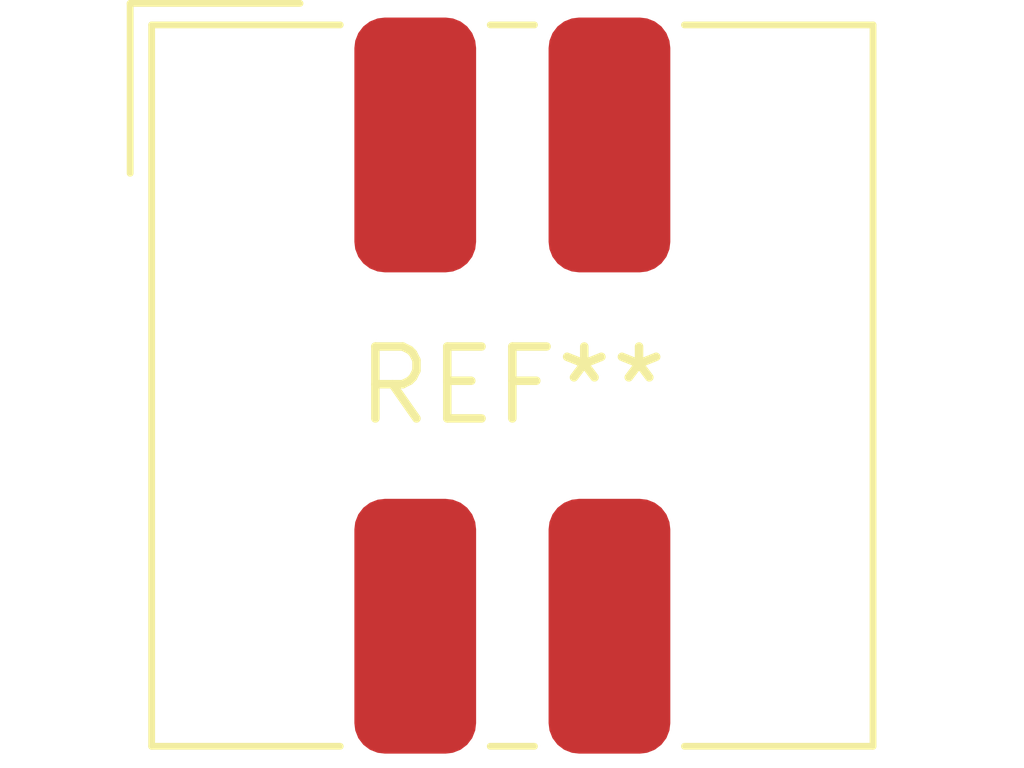
<source format=kicad_pcb>
(kicad_pcb (version 20240108) (generator pcbnew)
  (layers (0 "F.Cu" signal) (31 "B.Cu" signal) (34 "B.Paste" user) (35 "F.Paste" user) (36 "B.SilkS" user "B.Silkscreen") (37 "F.SilkS" user "F.Silkscreen") (38 "B.Mask" user) (39 "F.Mask" user) (44 "Edge.Cuts" user))
  (net 0 "")
  (footprint "L_Bourns_SRF1260" (layer "F.Cu") (at 0 0)
    (property "Reference" "REF**")
    (property "Value" "L_Bourns_SRF1260")
    (fp_line (start -6.75 -6.75) (end -3.75 -6.75) (layer "F.SilkS") (stroke (width 0.12)))
    (fp_line (start -6.75 -3.75) (end -6.75 -6.75) (layer "F.SilkS") (stroke (width 0.12)))
    (fp_line (start -6.37 -6.37) (end -6.37 6.37) (layer "F.SilkS") (stroke (width 0.12)))
    (fp_line (start -6.37 -6.37) (end -3.04 -6.37) (layer "F.SilkS") (stroke (width 0.12)))
    (fp_line (start -6.37 6.37) (end -3.04 6.37) (layer "F.SilkS") (stroke (width 0.12)))
    (fp_line (start -0.39 -6.37) (end 0.39 -6.37) (layer "F.SilkS") (stroke (width 0.12)))
    (fp_line (start -0.39 6.37) (end 0.39 6.37) (layer "F.SilkS") (stroke (width 0.12)))
    (fp_line (start 3.04 -6.37) (end 6.37 -6.37) (layer "F.SilkS") (stroke (width 0.12)))
    (fp_line (start 3.04 6.37) (end 6.37 6.37) (layer "F.SilkS") (stroke (width 0.12)))
    (fp_line (start 6.37 -6.37) (end 6.37 6.37) (layer "F.SilkS") (stroke (width 0.12)))
    (pad "1" smd roundrect (at -1.715 -4.25) (size 2.15 4.5) (layers "F.Cu" "F.Paste" "F.Mask"))
    (pad "2" smd roundrect (at 1.715 -4.25) (size 2.15 4.5) (layers "F.Cu" "F.Paste" "F.Mask"))
    (pad "3" smd roundrect (at 1.715 4.25) (size 2.15 4.5) (layers "F.Cu" "F.Paste" "F.Mask"))
    (pad "4" smd roundrect (at -1.715 4.25) (size 2.15 4.5) (layers "F.Cu" "F.Paste" "F.Mask"))
  )
)
</source>
